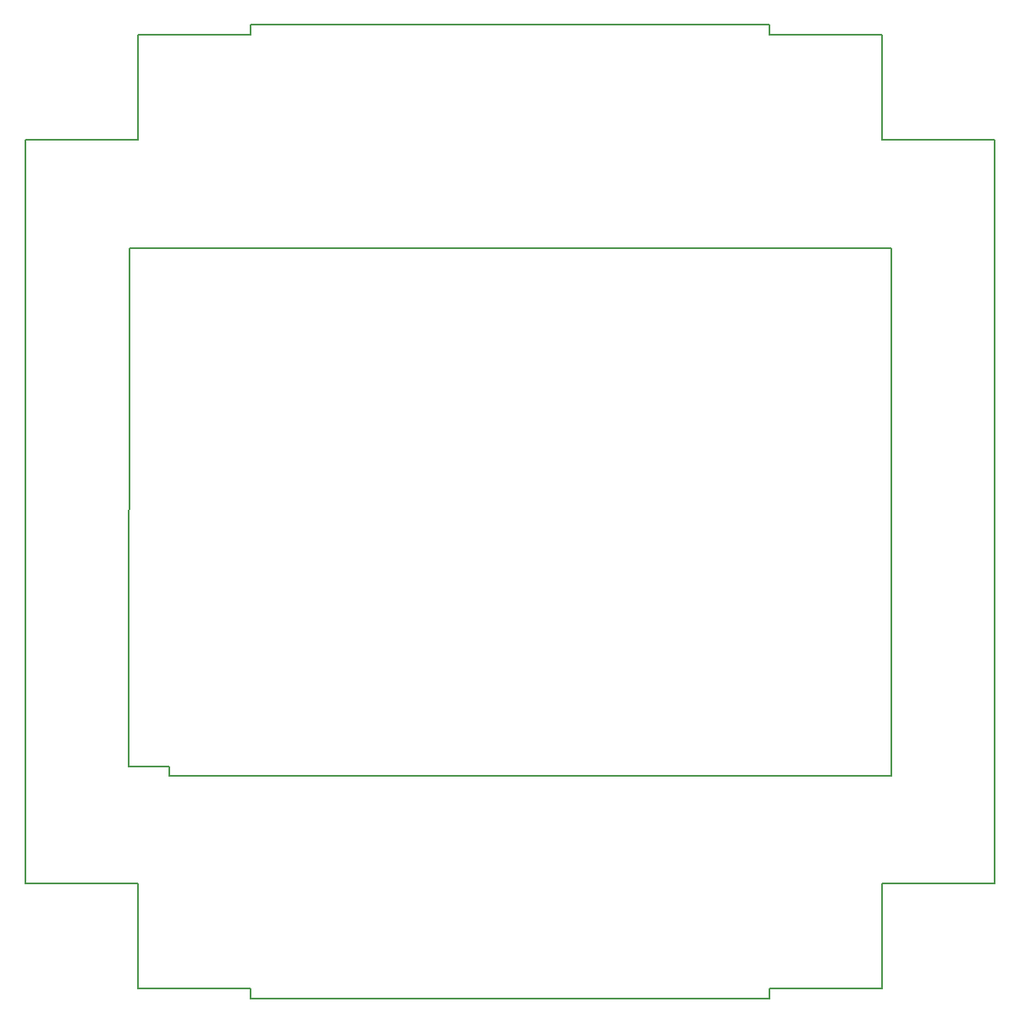
<source format=gm1>
%TF.GenerationSoftware,KiCad,Pcbnew,9.0.1*%
%TF.CreationDate,2025-04-07T03:54:42-07:00*%
%TF.ProjectId,Coil_Panel_Z,436f696c-5f50-4616-9e65-6c5f5a2e6b69,1.1*%
%TF.SameCoordinates,Original*%
%TF.FileFunction,Profile,NP*%
%FSLAX46Y46*%
G04 Gerber Fmt 4.6, Leading zero omitted, Abs format (unit mm)*
G04 Created by KiCad (PCBNEW 9.0.1) date 2025-04-07 03:54:42*
%MOMM*%
%LPD*%
G01*
G04 APERTURE LIST*
%TA.AperFunction,Profile*%
%ADD10C,0.200000*%
%TD*%
G04 APERTURE END LIST*
D10*
X111276000Y-51515600D02*
X100002000Y-51515600D01*
X174422000Y-41000000D02*
X174422000Y-40000000D01*
X182592095Y-115021480D02*
X114381384Y-115021480D01*
X182592095Y-115021480D02*
X186592095Y-115021480D01*
X122550000Y-41000000D02*
X111276000Y-41000000D01*
X110387463Y-66311239D02*
X110387463Y-62311239D01*
X111276000Y-41000000D02*
X111276000Y-51515600D01*
X174420000Y-137328800D02*
X174420000Y-136328800D01*
X114387463Y-62311239D02*
X182592095Y-62311239D01*
X185696000Y-51515600D02*
X185696000Y-41000000D01*
X174422000Y-40000000D02*
X122550000Y-40000000D01*
X114381384Y-115021480D02*
X114381384Y-114152542D01*
X122548000Y-137328800D02*
X174420000Y-137328800D01*
X122548000Y-136328800D02*
X122548000Y-137328800D01*
X174420000Y-136328800D02*
X185694000Y-136328800D01*
X114381384Y-114152542D02*
X110381384Y-114152542D01*
X111274000Y-125813200D02*
X111274000Y-136328800D01*
X182592095Y-62311239D02*
X186592095Y-62311239D01*
X100002000Y-51515600D02*
X100000000Y-125813200D01*
X122550000Y-40000000D02*
X122550000Y-41000000D01*
X185694000Y-136328800D02*
X185694000Y-125813200D01*
X185696000Y-41000000D02*
X174422000Y-41000000D01*
X110381384Y-111021480D02*
X110387463Y-66311239D01*
X196970000Y-51515600D02*
X185696000Y-51515600D01*
X110381384Y-114152542D02*
X110381384Y-111021480D01*
X186592095Y-62311239D02*
X186592095Y-115021480D01*
X196968000Y-125813200D02*
X196970000Y-51515600D01*
X114387463Y-62311239D02*
X110387463Y-62311239D01*
X100000000Y-125813200D02*
X111274000Y-125813200D01*
X185694000Y-125813200D02*
X196968000Y-125813200D01*
X111274000Y-136328800D02*
X122548000Y-136328800D01*
M02*

</source>
